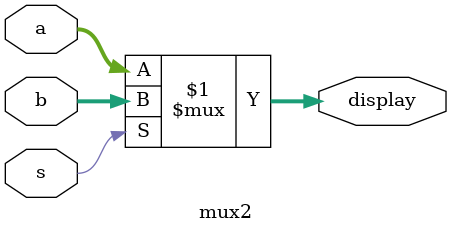
<source format=sv>
module mux2 (input logic s,
			input logic [11:0]a,b,
			output logic [11:0]display);
			
			assign display = s?b:a;
			
			endmodule
</source>
